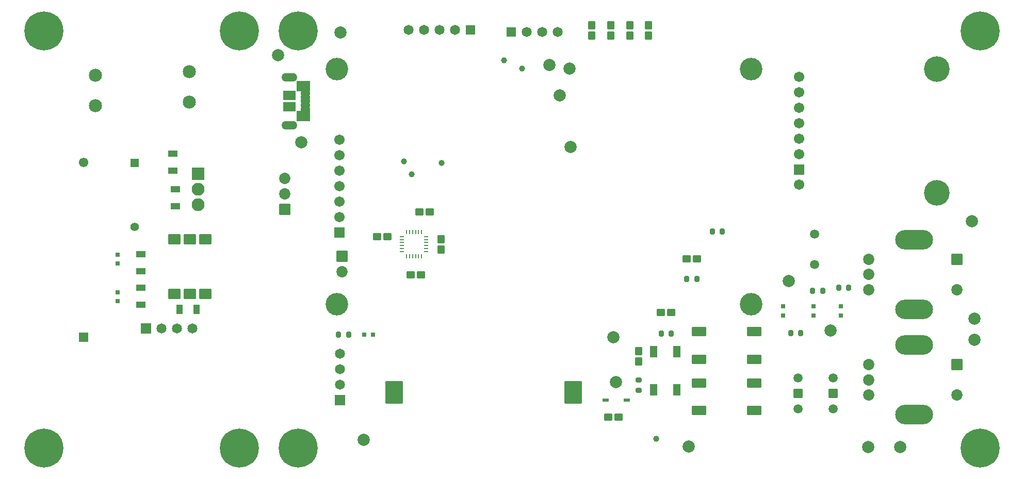
<source format=gbr>
%TF.GenerationSoftware,KiCad,Pcbnew,7.0.9*%
%TF.CreationDate,2024-01-04T23:56:04+08:00*%
%TF.ProjectId,stm32_timer_app,73746d33-325f-4746-996d-65725f617070,rev?*%
%TF.SameCoordinates,PX6a6e180PY6b00940*%
%TF.FileFunction,Soldermask,Top*%
%TF.FilePolarity,Negative*%
%FSLAX46Y46*%
G04 Gerber Fmt 4.6, Leading zero omitted, Abs format (unit mm)*
G04 Created by KiCad (PCBNEW 7.0.9) date 2024-01-04 23:56:04*
%MOMM*%
%LPD*%
G01*
G04 APERTURE LIST*
G04 Aperture macros list*
%AMRoundRect*
0 Rectangle with rounded corners*
0 $1 Rounding radius*
0 $2 $3 $4 $5 $6 $7 $8 $9 X,Y pos of 4 corners*
0 Add a 4 corners polygon primitive as box body*
4,1,4,$2,$3,$4,$5,$6,$7,$8,$9,$2,$3,0*
0 Add four circle primitives for the rounded corners*
1,1,$1+$1,$2,$3*
1,1,$1+$1,$4,$5*
1,1,$1+$1,$6,$7*
1,1,$1+$1,$8,$9*
0 Add four rect primitives between the rounded corners*
20,1,$1+$1,$2,$3,$4,$5,0*
20,1,$1+$1,$4,$5,$6,$7,0*
20,1,$1+$1,$6,$7,$8,$9,0*
20,1,$1+$1,$8,$9,$2,$3,0*%
G04 Aperture macros list end*
%ADD10R,0.711200X0.254000*%
%ADD11R,0.254000X0.711200*%
%ADD12R,1.600200X1.117600*%
%ADD13R,1.117600X1.600200*%
%ADD14R,1.549400X1.549400*%
%ADD15C,1.549400*%
%ADD16R,0.711200X0.660400*%
%ADD17R,0.660400X0.711200*%
%ADD18R,1.650000X1.650000*%
%ADD19C,1.650000*%
%ADD20R,1.651000X1.651000*%
%ADD21C,1.651000*%
%ADD22R,1.111200X0.600800*%
%ADD23R,1.422400X1.422400*%
%ADD24C,1.422400*%
%ADD25RoundRect,0.102000X-1.300000X1.750000X-1.300000X-1.750000X1.300000X-1.750000X1.300000X1.750000X0*%
%ADD26C,6.400000*%
%ADD27C,1.000000*%
%ADD28C,2.000000*%
%ADD29RoundRect,0.200000X0.200000X0.275000X-0.200000X0.275000X-0.200000X-0.275000X0.200000X-0.275000X0*%
%ADD30RoundRect,0.102000X-0.550000X-0.500000X0.550000X-0.500000X0.550000X0.500000X-0.550000X0.500000X0*%
%ADD31RoundRect,0.102000X0.550000X0.500000X-0.550000X0.500000X-0.550000X-0.500000X0.550000X-0.500000X0*%
%ADD32RoundRect,0.102000X-0.500000X0.550000X-0.500000X-0.550000X0.500000X-0.550000X0.500000X0.550000X0*%
%ADD33RoundRect,0.102000X-0.500000X0.850000X-0.500000X-0.850000X0.500000X-0.850000X0.500000X0.850000X0*%
%ADD34RoundRect,0.200000X-0.200000X-0.275000X0.200000X-0.275000X0.200000X0.275000X-0.200000X0.275000X0*%
%ADD35C,1.512000*%
%ADD36RoundRect,0.102000X0.825000X-0.825000X0.825000X0.825000X-0.825000X0.825000X-0.825000X-0.825000X0*%
%ADD37C,1.854000*%
%ADD38C,3.704000*%
%ADD39RoundRect,0.102000X0.754000X-0.754000X0.754000X0.754000X-0.754000X0.754000X-0.754000X-0.754000X0*%
%ADD40C,1.712000*%
%ADD41RoundRect,0.102000X0.500000X-0.550000X0.500000X0.550000X-0.500000X0.550000X-0.500000X-0.550000X0*%
%ADD42RoundRect,0.076200X-0.690000X-0.225000X0.690000X-0.225000X0.690000X0.225000X-0.690000X0.225000X0*%
%ADD43O,2.568400X1.360400*%
%ADD44RoundRect,0.076200X-1.050000X-0.737500X1.050000X-0.737500X1.050000X0.737500X-1.050000X0.737500X0*%
%ADD45RoundRect,0.076200X-0.950000X-0.687500X0.950000X-0.687500X0.950000X0.687500X-0.950000X0.687500X0*%
%ADD46C,2.154000*%
%ADD47RoundRect,0.102000X-0.825000X0.825000X-0.825000X-0.825000X0.825000X-0.825000X0.825000X0.825000X0*%
%ADD48O,6.204000X3.204000*%
%ADD49RoundRect,0.200000X-0.275000X0.200000X-0.275000X-0.200000X0.275000X-0.200000X0.275000X0.200000X0*%
%ADD50RoundRect,0.102000X0.890000X0.760000X-0.890000X0.760000X-0.890000X-0.760000X0.890000X-0.760000X0*%
%ADD51RoundRect,0.102000X-1.050000X-0.700000X1.050000X-0.700000X1.050000X0.700000X-1.050000X0.700000X0*%
%ADD52C,2.114000*%
%ADD53RoundRect,0.102000X-0.955000X0.955000X-0.955000X-0.955000X0.955000X-0.955000X0.955000X0.955000X0*%
%ADD54RoundRect,0.102000X0.654000X-0.654000X0.654000X0.654000X-0.654000X0.654000X-0.654000X-0.654000X0*%
%ADD55RoundRect,0.102000X1.050000X0.700000X-1.050000X0.700000X-1.050000X-0.700000X1.050000X-0.700000X0*%
%ADD56C,4.204000*%
G04 APERTURE END LIST*
D10*
%TO.C,U8*%
X62556100Y38550000D03*
X62556100Y38050001D03*
X62556100Y37550000D03*
X62556100Y37050000D03*
X62556100Y36549999D03*
X62556100Y36050000D03*
D11*
X63300000Y35306100D03*
X63799999Y35306100D03*
X64300000Y35306100D03*
X64800000Y35306100D03*
X65300001Y35306100D03*
X65800000Y35306100D03*
D10*
X66543900Y36050000D03*
X66543900Y36549999D03*
X66543900Y37050000D03*
X66543900Y37550000D03*
X66543900Y38050001D03*
X66543900Y38550000D03*
D11*
X65800000Y39293900D03*
X65300001Y39293900D03*
X64800000Y39293900D03*
X64300000Y39293900D03*
X63799999Y39293900D03*
X63300000Y39293900D03*
%TD*%
D12*
%TO.C,R20*%
X19700000Y35644000D03*
X19700000Y32850000D03*
%TD*%
%TO.C,R9*%
X19750000Y27353000D03*
X19750000Y30147000D03*
%TD*%
D13*
%TO.C,R8*%
X26056000Y26600000D03*
X28850000Y26600000D03*
%TD*%
D12*
%TO.C,R7*%
X25000000Y52150000D03*
X25000000Y49356000D03*
%TD*%
D14*
%TO.C,R5*%
X10300000Y21968100D03*
D15*
X10300000Y50670100D03*
%TD*%
D12*
%TO.C,R2*%
X25400000Y43506000D03*
X25400000Y46300000D03*
%TD*%
D16*
%TO.C,LED4*%
X15900000Y35550000D03*
X15900000Y34102200D03*
%TD*%
%TO.C,LED3*%
X15900000Y29348900D03*
X15900000Y27901100D03*
%TD*%
D17*
%TO.C,LED2*%
X56352200Y22400000D03*
X57800000Y22400000D03*
%TD*%
D16*
%TO.C,LED1*%
X134600000Y27050000D03*
X134600000Y25602200D03*
%TD*%
D18*
%TO.C,J9*%
X73850000Y72450000D03*
D19*
X71310000Y72450000D03*
X68770000Y72450000D03*
X66230000Y72450000D03*
X63690000Y72450000D03*
%TD*%
D18*
%TO.C,J8*%
X80530000Y72125000D03*
D19*
X83070000Y72125000D03*
X85610000Y72125000D03*
X88150000Y72125000D03*
%TD*%
D20*
%TO.C,J2*%
X20580000Y23479400D03*
D21*
X23120000Y23479400D03*
X25660000Y23479400D03*
X28200000Y23479400D03*
%TD*%
D22*
%TO.C,CR2*%
X96025000Y11650000D03*
X99475000Y11650000D03*
%TD*%
D23*
%TO.C,C5*%
X18700000Y50645600D03*
D24*
X18700000Y40145600D03*
%TD*%
D25*
%TO.C,U6*%
X90700000Y12950000D03*
X61300000Y12950000D03*
%TD*%
D26*
%TO.C,REF\u002A\u002A*%
X157500000Y3800000D03*
%TD*%
D27*
%TO.C,REF\u002A\u002A*%
X64150000Y48750000D03*
%TD*%
D28*
%TO.C,TP1*%
X52450000Y72050000D03*
%TD*%
D29*
%TO.C,R11*%
X128000000Y22700000D03*
X126350000Y22700000D03*
%TD*%
D30*
%TO.C,C21*%
X96450000Y8850000D03*
X98150000Y8850000D03*
%TD*%
D28*
%TO.C,TP13*%
X90250000Y53250000D03*
%TD*%
%TO.C,TP2*%
X42200000Y68350000D03*
%TD*%
D31*
%TO.C,C19*%
X106750000Y26050000D03*
X105050000Y26050000D03*
%TD*%
D32*
%TO.C,C3*%
X103050000Y73200000D03*
X103050000Y71500000D03*
%TD*%
%TO.C,C9*%
X93750000Y73200000D03*
X93750000Y71500000D03*
%TD*%
D33*
%TO.C,S4*%
X103900000Y19650000D03*
X103900000Y13350000D03*
X107700000Y19650000D03*
X107700000Y13350000D03*
%TD*%
D30*
%TO.C,C24*%
X65400000Y42600000D03*
X67100000Y42600000D03*
%TD*%
D28*
%TO.C,TP15*%
X90050000Y66100000D03*
%TD*%
D34*
%TO.C,R10*%
X113500000Y39400000D03*
X115150000Y39400000D03*
%TD*%
D31*
%TO.C,C22*%
X60150000Y38550000D03*
X58450000Y38550000D03*
%TD*%
D35*
%TO.C,LS1*%
X130288500Y33950000D03*
X130288500Y38950000D03*
%TD*%
D28*
%TO.C,TP16*%
X86800000Y66700000D03*
%TD*%
%TO.C,TP4*%
X97300000Y22000000D03*
%TD*%
D36*
%TO.C,J10*%
X43300000Y43000000D03*
D37*
X43300000Y45540000D03*
X43300000Y48080000D03*
%TD*%
D38*
%TO.C,DS1*%
X51892000Y66038500D03*
X51892000Y27438500D03*
X119850000Y66038500D03*
X119850000Y27438500D03*
D39*
X52336800Y39186300D03*
D40*
X52336800Y41726300D03*
X52336800Y44266300D03*
X52336800Y46806300D03*
X52336800Y49346300D03*
X52336800Y51886300D03*
X52336800Y54426300D03*
%TD*%
D26*
%TO.C,REF\u002A\u002A*%
X45500000Y3800000D03*
%TD*%
D28*
%TO.C,TP21*%
X156550000Y21600000D03*
%TD*%
D41*
%TO.C,C25*%
X68950000Y36400000D03*
X68950000Y38100000D03*
%TD*%
D42*
%TO.C,J7*%
X46760000Y59462500D03*
X46760000Y60112500D03*
X46760000Y60762500D03*
X46760000Y61412500D03*
X46760000Y62062500D03*
D43*
X44100000Y64712500D03*
D44*
X46400000Y63225000D03*
D45*
X44100000Y61700000D03*
X44100000Y59825000D03*
D44*
X46400000Y58300000D03*
D43*
X44100000Y56812500D03*
%TD*%
D46*
%TO.C,J1*%
X27700000Y60600000D03*
X27700000Y65600000D03*
%TD*%
D47*
%TO.C,MT2*%
X153650000Y34818500D03*
D37*
X153650000Y29818500D03*
X139150000Y34818500D03*
X139150000Y29818500D03*
X139150000Y32318500D03*
D48*
X146650000Y38018500D03*
X146650000Y26618500D03*
%TD*%
D30*
%TO.C,C23*%
X63950000Y32250000D03*
X65650000Y32250000D03*
%TD*%
D29*
%TO.C,R23*%
X106750000Y22600000D03*
X105100000Y22600000D03*
%TD*%
D49*
%TO.C,R24*%
X101450000Y14975000D03*
X101450000Y13325000D03*
%TD*%
D28*
%TO.C,TP5*%
X126050000Y31200000D03*
%TD*%
D32*
%TO.C,C4*%
X100000000Y73200000D03*
X100000000Y71500000D03*
%TD*%
D29*
%TO.C,R22*%
X110950000Y31600000D03*
X109300000Y31600000D03*
%TD*%
D27*
%TO.C,REF\u002A\u002A*%
X104300000Y5345250D03*
%TD*%
D41*
%TO.C,C15*%
X101450000Y18050000D03*
X101450000Y19750000D03*
%TD*%
D26*
%TO.C,REF\u002A\u002A*%
X35900000Y3800000D03*
%TD*%
D50*
%TO.C,U1*%
X25220000Y29100000D03*
X27760000Y29100000D03*
X30300000Y29100000D03*
X30300000Y38110000D03*
X27760000Y38110000D03*
X25220000Y38110000D03*
%TD*%
D27*
%TO.C,REF\u002A\u002A*%
X79350000Y67500000D03*
%TD*%
D26*
%TO.C,REF\u002A\u002A*%
X35900000Y72300000D03*
%TD*%
D16*
%TO.C,LED6*%
X125150000Y27050000D03*
X125150000Y25602200D03*
%TD*%
D28*
%TO.C,TP17*%
X97650000Y14650000D03*
%TD*%
%TO.C,TP22*%
X156150000Y41050000D03*
%TD*%
D26*
%TO.C,REF\u002A\u002A*%
X3800000Y72300000D03*
%TD*%
D51*
%TO.C,S5*%
X111287500Y22900000D03*
X120387500Y22900000D03*
X111287500Y18400000D03*
X120387500Y18400000D03*
%TD*%
D28*
%TO.C,TP8*%
X132900000Y23150000D03*
%TD*%
%TO.C,TP19*%
X139050000Y4000000D03*
%TD*%
D20*
%TO.C,J4*%
X52400000Y11660000D03*
D21*
X52400000Y14200000D03*
X52400000Y16740000D03*
X52400000Y19280000D03*
%TD*%
D52*
%TO.C,D1*%
X29075000Y43750000D03*
X29075000Y46300000D03*
D53*
X29075000Y48850000D03*
%TD*%
D46*
%TO.C,J3*%
X12300000Y65000000D03*
X12300000Y60000000D03*
%TD*%
D28*
%TO.C,TP11*%
X109650000Y4050000D03*
%TD*%
D34*
%TO.C,R4*%
X52150000Y22400000D03*
X53800000Y22400000D03*
%TD*%
D28*
%TO.C,TP14*%
X88450000Y61700000D03*
%TD*%
D47*
%TO.C,J5*%
X52750000Y35340000D03*
D37*
X52750000Y32800000D03*
%TD*%
D34*
%TO.C,R6*%
X129950000Y29600000D03*
X131600000Y29600000D03*
%TD*%
D26*
%TO.C,REF\u002A\u002A*%
X3800000Y3800000D03*
%TD*%
D28*
%TO.C,TP25*%
X46050000Y54000000D03*
%TD*%
D26*
%TO.C,REF\u002A\u002A*%
X45500000Y72300000D03*
%TD*%
D47*
%TO.C,MT1*%
X153650000Y17500000D03*
D37*
X153650000Y12500000D03*
X139150000Y17500000D03*
X139150000Y12500000D03*
X139150000Y15000000D03*
D48*
X146650000Y20700000D03*
X146650000Y9300000D03*
%TD*%
D27*
%TO.C,REF\u002A\u002A*%
X82250000Y66100000D03*
%TD*%
D54*
%TO.C,S7*%
X133337500Y12800000D03*
D35*
X133337500Y10260000D03*
X133337500Y15340000D03*
%TD*%
D28*
%TO.C,TP20*%
X144350000Y4000000D03*
%TD*%
D55*
%TO.C,S6*%
X120420500Y10000000D03*
X111320500Y10000000D03*
X120420500Y14500000D03*
X111320500Y14500000D03*
%TD*%
D28*
%TO.C,TP12*%
X56300000Y5200000D03*
%TD*%
D54*
%TO.C,S8*%
X127600000Y12800000D03*
D35*
X127600000Y10260000D03*
X127600000Y15340000D03*
%TD*%
D31*
%TO.C,C18*%
X110950000Y34900000D03*
X109250000Y34900000D03*
%TD*%
D32*
%TO.C,C6*%
X96850000Y73200000D03*
X96850000Y71500000D03*
%TD*%
D29*
%TO.C,R14*%
X135900000Y30100000D03*
X134250000Y30100000D03*
%TD*%
D56*
%TO.C,U3*%
X150350000Y66038500D03*
X150350000Y45738500D03*
D40*
X127750000Y47038500D03*
D39*
X127750000Y49538500D03*
D40*
X127750000Y52038500D03*
X127750000Y54624100D03*
X127750000Y57164100D03*
X127750000Y59704100D03*
X127750000Y62244100D03*
X127750000Y64738500D03*
%TD*%
D27*
%TO.C,REF\u002A\u002A*%
X62900000Y50850000D03*
%TD*%
%TO.C,REF\u002A\u002A*%
X69050000Y50600000D03*
%TD*%
D26*
%TO.C,REF\u002A\u002A*%
X157500000Y72300000D03*
%TD*%
D16*
%TO.C,LED5*%
X130150000Y27050000D03*
X130150000Y25602200D03*
%TD*%
D28*
%TO.C,TP23*%
X156550000Y25050000D03*
%TD*%
M02*

</source>
